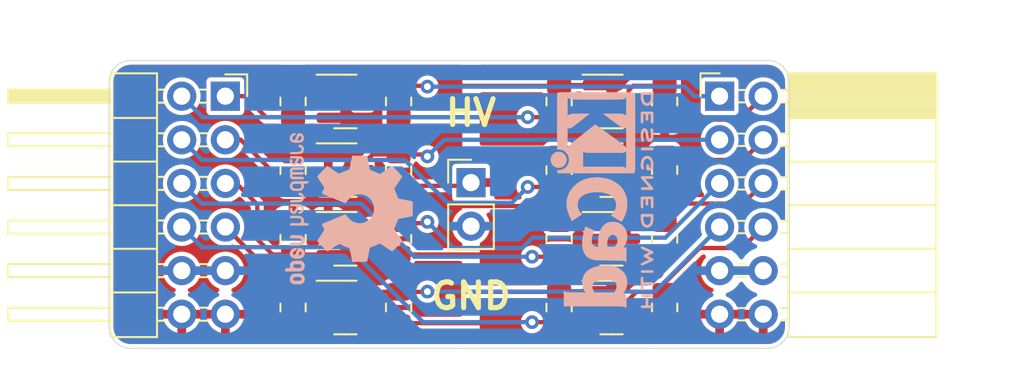
<source format=kicad_pcb>
(kicad_pcb (version 20211014) (generator pcbnew)
  (layers (0 "F.Cu" signal) (31 "B.Cu" signal) (34 "B.Paste" user) (35 "F.Paste" user) (36 "B.SilkS" user "B.Silkscreen") (37 "F.SilkS" user "F.Silkscreen") (38 "B.Mask" user) (39 "F.Mask" user) (44 "Edge.Cuts" user))
  (net 0 "")
  (net 1 "LV1")
  (net 2 "GND")
  (net 3 "+3V3")
  (net 4 "+5V")
  (net 5 "HV1")
  (net 6 "HV0")
  (net 7 "HV2")
  (net 8 "HV3")
  (net 9 "LV0")
  (net 10 "LV2")
  (net 11 "LV3")
  (net 12 "HV4")
  (net 13 "HV5")
  (net 14 "HV6")
  (net 15 "HV7")
  (net 16 "LV4")
  (net 17 "LV5")
  (net 18 "LV6")
  (net 19 "LV7")
  (footprint "connector:PMODSocket_2x06_P2.54mm_Horizontal" (layer "F.Cu") (at 119.38 71.675001)
    (fp_text reference "J1" hide)
    (fp_text value "PMOD_Socket")
    (pad "1" thru_hole rect (at 0 0) (size 1.7 1.7) (drill 1) (layers *.Cu *.Mask) (net 6 "HV0"))
    (pad "2" thru_hole oval (at 0 2.54) (size 1.7 1.7) (drill 1) (layers *.Cu *.Mask) (net 5 "HV1"))
    (pad "3" thru_hole oval (at 0 5.08) (size 1.7 1.7) (drill 1) (layers *.Cu *.Mask) (net 7 "HV2"))
    (pad "4" thru_hole oval (at 0 7.62) (size 1.7 1.7) (drill 1) (layers *.Cu *.Mask) (net 8 "HV3"))
    (pad "5" thru_hole oval (at 0 10.16) (size 1.7 1.7) (drill 1) (layers *.Cu *.Mask) (net 2 "GND"))
    (pad "6" thru_hole oval (at 0 12.7) (size 1.7 1.7) (drill 1) (layers *.Cu *.Mask) (net 4 "+5V"))
    (pad "7" thru_hole oval (at 2.54 0) (size 1.7 1.7) (drill 1) (layers *.Cu *.Mask) (net 12 "HV4"))
    (pad "8" thru_hole oval (at 2.54 2.54) (size 1.7 1.7) (drill 1) (layers *.Cu *.Mask) (net 13 "HV5"))
    (pad "9" thru_hole oval (at 2.54 5.08) (size 1.7 1.7) (drill 1) (layers *.Cu *.Mask) (net 14 "HV6"))
    (pad "10" thru_hole oval (at 2.54 7.62) (size 1.7 1.7) (drill 1) (layers *.Cu *.Mask) (net 15 "HV7"))
    (pad "11" thru_hole oval (at 2.54 10.16) (size 1.7 1.7) (drill 1) (layers *.Cu *.Mask) (net 2 "GND"))
    (pad "12" thru_hole oval (at 2.54 12.7) (size 1.7 1.7) (drill 1) (layers *.Cu *.Mask) (net 4 "+5V"))
  )
  (footprint "connector:PMODHeader_2x06_P2.54mm_Horizontal" (layer "F.Cu") (at 90.595001 71.675001)
    (fp_text reference "J2" hide)
    (fp_text value "PMOD_Header")
    (pad "1" thru_hole rect (at 0 0) (size 1.7 1.7) (drill 1) (layers *.Cu *.Mask) (net 9 "LV0"))
    (pad "2" thru_hole oval (at 0 2.54) (size 1.7 1.7) (drill 1) (layers *.Cu *.Mask) (net 1 "LV1"))
    (pad "3" thru_hole oval (at 0 5.08) (size 1.7 1.7) (drill 1) (layers *.Cu *.Mask) (net 10 "LV2"))
    (pad "4" thru_hole oval (at 0 7.62) (size 1.7 1.7) (drill 1) (layers *.Cu *.Mask) (net 11 "LV3"))
    (pad "5" thru_hole oval (at 0 10.16) (size 1.7 1.7) (drill 1) (layers *.Cu *.Mask) (net 2 "GND"))
    (pad "6" thru_hole oval (at 0 12.7) (size 1.7 1.7) (drill 1) (layers *.Cu *.Mask) (net 3 "+3V3"))
    (pad "7" thru_hole oval (at -2.54 0) (size 1.7 1.7) (drill 1) (layers *.Cu *.Mask) (net 16 "LV4"))
    (pad "8" thru_hole oval (at -2.54 2.54) (size 1.7 1.7) (drill 1) (layers *.Cu *.Mask) (net 17 "LV5"))
    (pad "9" thru_hole oval (at -2.54 5.08) (size 1.7 1.7) (drill 1) (layers *.Cu *.Mask) (net 18 "LV6"))
    (pad "10" thru_hole oval (at -2.54 7.62) (size 1.7 1.7) (drill 1) (layers *.Cu *.Mask) (net 19 "LV7"))
    (pad "11" thru_hole oval (at -2.54 10.16) (size 1.7 1.7) (drill 1) (layers *.Cu *.Mask) (net 2 "GND"))
    (pad "12" thru_hole oval (at -2.54 12.7) (size 1.7 1.7) (drill 1) (layers *.Cu *.Mask) (net 3 "+3V3"))
  )
  (footprint "Connector_PinHeader_2.54mm:PinHeader_1x02_P2.54mm_Vertical" (layer "F.Cu") (at 104.902 76.708)
    (fp_text reference "J3" hide)
    (fp_text value "HV_connector")
    (pad "1" thru_hole rect locked (at 0 0) (size 1.7 1.7) (drill 1) (layers *.Cu *.Mask) (net 4 "+5V"))
    (pad "2" thru_hole oval locked (at 0 2.54) (size 1.7 1.7) (drill 1) (layers *.Cu *.Mask) (net 2 "GND"))
  )
  (footprint "Package_TO_SOT_SMD:SOT-23" (layer "F.Cu") (at 97.5868 71.9836)
    (fp_text reference "Q1" hide)
    (fp_text value "BSS138" hide)
    (pad "1" smd roundrect locked (at -0.9375 -0.95) (size 1.475 0.6) (layers "F.Cu" "F.Paste" "F.Mask") (net 3 "+3V3"))
    (pad "2" smd roundrect locked (at -0.9375 0.95) (size 1.475 0.6) (layers "F.Cu" "F.Paste" "F.Mask") (net 9 "LV0"))
    (pad "3" smd roundrect locked (at 0.9375 0) (size 1.475 0.6) (layers "F.Cu" "F.Paste" "F.Mask") (net 6 "HV0"))
  )
  (footprint "Resistor_SMD:R_0805_2012Metric" (layer "F.Cu") (at 100.6856 71.9836 90)
    (fp_text reference "R2" hide)
    (fp_text value "10k" hide)
    (pad "1" smd roundrect locked (at -0.9125 0 90) (size 1.025 1.4) (layers "F.Cu" "F.Paste" "F.Mask") (roundrect_rratio 0.243902) (net 4 "+5V"))
    (pad "2" smd roundrect locked (at 0.9125 0 90) (size 1.025 1.4) (layers "F.Cu" "F.Paste" "F.Mask") (roundrect_rratio 0.243902) (net 6 "HV0"))
  )
  (footprint "Resistor_SMD:R_0805_2012Metric" (layer "F.Cu") (at 94.5388 71.9855 -90)
    (fp_text reference "R1" hide)
    (fp_text value "10k" hide)
    (pad "1" smd roundrect locked (at -0.9125 0 270) (size 1.025 1.4) (layers "F.Cu" "F.Paste" "F.Mask") (roundrect_rratio 0.243902) (net 3 "+3V3"))
    (pad "2" smd roundrect locked (at 0.9125 0 270) (size 1.025 1.4) (layers "F.Cu" "F.Paste" "F.Mask") (roundrect_rratio 0.243902) (net 9 "LV0"))
  )
  (footprint "Package_TO_SOT_SMD:SOT-23" (layer "F.Cu") (at 97.5868 75.9836)
    (fp_text reference "Q2" hide)
    (fp_text value "BSS138" hide)
    (pad "1" smd roundrect locked (at -0.9375 -0.95) (size 1.475 0.6) (layers "F.Cu" "F.Paste" "F.Mask") (net 3 "+3V3"))
    (pad "2" smd roundrect locked (at -0.9375 0.95) (size 1.475 0.6) (layers "F.Cu" "F.Paste" "F.Mask") (net 1 "LV1"))
    (pad "3" smd roundrect locked (at 0.9375 0) (size 1.475 0.6) (layers "F.Cu" "F.Paste" "F.Mask") (net 5 "HV1"))
  )
  (footprint "Package_TO_SOT_SMD:SOT-23" (layer "F.Cu") (at 97.5868 79.9836)
    (fp_text reference "Q3" hide)
    (fp_text value "BSS138" hide)
    (pad "1" smd roundrect locked (at -0.9375 -0.95) (size 1.475 0.6) (layers "F.Cu" "F.Paste" "F.Mask") (net 3 "+3V3"))
    (pad "2" smd roundrect locked (at -0.9375 0.95) (size 1.475 0.6) (layers "F.Cu" "F.Paste" "F.Mask") (net 10 "LV2"))
    (pad "3" smd roundrect locked (at 0.9375 0) (size 1.475 0.6) (layers "F.Cu" "F.Paste" "F.Mask") (net 7 "HV2"))
  )
  (footprint "Package_TO_SOT_SMD:SOT-23" (layer "F.Cu") (at 97.5868 83.9836)
    (fp_text reference "Q4" hide)
    (fp_text value "BSS138" hide)
    (pad "1" smd roundrect locked (at -0.9375 -0.95) (size 1.475 0.6) (layers "F.Cu" "F.Paste" "F.Mask") (net 3 "+3V3"))
    (pad "2" smd roundrect locked (at -0.9375 0.95) (size 1.475 0.6) (layers "F.Cu" "F.Paste" "F.Mask") (net 11 "LV3"))
    (pad "3" smd roundrect locked (at 0.9375 0) (size 1.475 0.6) (layers "F.Cu" "F.Paste" "F.Mask") (net 8 "HV3"))
  )
  (footprint "Resistor_SMD:R_0805_2012Metric" (layer "F.Cu") (at 100.6856 75.9836 90)
    (fp_text reference "R4" hide)
    (fp_text value "10k" hide)
    (pad "1" smd roundrect locked (at -0.9125 0 90) (size 1.025 1.4) (layers "F.Cu" "F.Paste" "F.Mask") (roundrect_rratio 0.243902) (net 4 "+5V"))
    (pad "2" smd roundrect locked (at 0.9125 0 90) (size 1.025 1.4) (layers "F.Cu" "F.Paste" "F.Mask") (roundrect_rratio 0.243902) (net 5 "HV1"))
  )
  (footprint "Resistor_SMD:R_0805_2012Metric" (layer "F.Cu") (at 100.6856 79.9836 90)
    (fp_text reference "R6" hide)
    (fp_text value "10k" hide)
    (pad "1" smd roundrect locked (at -0.9125 0 90) (size 1.025 1.4) (layers "F.Cu" "F.Paste" "F.Mask") (roundrect_rratio 0.243902) (net 4 "+5V"))
    (pad "2" smd roundrect locked (at 0.9125 0 90) (size 1.025 1.4) (layers "F.Cu" "F.Paste" "F.Mask") (roundrect_rratio 0.243902) (net 7 "HV2"))
  )
  (footprint "Resistor_SMD:R_0805_2012Metric" (layer "F.Cu") (at 100.6856 83.9836 90)
    (fp_text reference "R8" hide)
    (fp_text value "10k" hide)
    (pad "1" smd roundrect locked (at -0.9125 0 90) (size 1.025 1.4) (layers "F.Cu" "F.Paste" "F.Mask") (roundrect_rratio 0.243902) (net 4 "+5V"))
    (pad "2" smd roundrect locked (at 0.9125 0 90) (size 1.025 1.4) (layers "F.Cu" "F.Paste" "F.Mask") (roundrect_rratio 0.243902) (net 8 "HV3"))
  )
  (footprint "Resistor_SMD:R_0805_2012Metric" (layer "F.Cu") (at 94.5388 75.9855 -90)
    (fp_text reference "R3" hide)
    (fp_text value "10k" hide)
    (pad "1" smd roundrect locked (at -0.9125 0 270) (size 1.025 1.4) (layers "F.Cu" "F.Paste" "F.Mask") (roundrect_rratio 0.243902) (net 3 "+3V3"))
    (pad "2" smd roundrect locked (at 0.9125 0 270) (size 1.025 1.4) (layers "F.Cu" "F.Paste" "F.Mask") (roundrect_rratio 0.243902) (net 1 "LV1"))
  )
  (footprint "Resistor_SMD:R_0805_2012Metric" (layer "F.Cu") (at 94.5388 79.9855 -90)
    (fp_text reference "R5" hide)
    (fp_text value "10k" hide)
    (pad "1" smd roundrect locked (at -0.9125 0 270) (size 1.025 1.4) (layers "F.Cu" "F.Paste" "F.Mask") (roundrect_rratio 0.243902) (net 3 "+3V3"))
    (pad "2" smd roundrect locked (at 0.9125 0 270) (size 1.025 1.4) (layers "F.Cu" "F.Paste" "F.Mask") (roundrect_rratio 0.243902) (net 10 "LV2"))
  )
  (footprint "Resistor_SMD:R_0805_2012Metric" (layer "F.Cu") (at 94.5388 83.9855 -90)
    (fp_text reference "R7" hide)
    (fp_text value "10k" hide)
    (pad "1" smd roundrect locked (at -0.9125 0 270) (size 1.025 1.4) (layers "F.Cu" "F.Paste" "F.Mask") (roundrect_rratio 0.243902) (net 3 "+3V3"))
    (pad "2" smd roundrect locked (at 0.9125 0 270) (size 1.025 1.4) (layers "F.Cu" "F.Paste" "F.Mask") (roundrect_rratio 0.243902) (net 11 "LV3"))
  )
  (footprint "Package_TO_SOT_SMD:SOT-23" (layer "F.Cu") (at 113.0808 71.9836)
    (fp_text reference "Q5" hide)
    (fp_text value "BSS138" hide)
    (pad "1" smd roundrect locked (at -0.9375 -0.95) (size 1.475 0.6) (layers "F.Cu" "F.Paste" "F.Mask") (net 3 "+3V3"))
    (pad "2" smd roundrect locked (at -0.9375 0.95) (size 1.475 0.6) (layers "F.Cu" "F.Paste" "F.Mask") (net 16 "LV4"))
    (pad "3" smd roundrect locked (at 0.9375 0) (size 1.475 0.6) (layers "F.Cu" "F.Paste" "F.Mask") (net 12 "HV4"))
  )
  (footprint "Resistor_SMD:R_0805_2012Metric" (layer "F.Cu") (at 116.1796 71.9836 90)
    (fp_text reference "R10" hide)
    (fp_text value "10k" hide)
    (pad "1" smd roundrect locked (at -0.9125 0 90) (size 1.025 1.4) (layers "F.Cu" "F.Paste" "F.Mask") (roundrect_rratio 0.243902) (net 4 "+5V"))
    (pad "2" smd roundrect locked (at 0.9125 0 90) (size 1.025 1.4) (layers "F.Cu" "F.Paste" "F.Mask") (roundrect_rratio 0.243902) (net 12 "HV4"))
  )
  (footprint "Resistor_SMD:R_0805_2012Metric" (layer "F.Cu") (at 110.0328 71.9855 -90)
    (fp_text reference "R9" hide)
    (fp_text value "10k" hide)
    (pad "1" smd roundrect locked (at -0.9125 0 270) (size 1.025 1.4) (layers "F.Cu" "F.Paste" "F.Mask") (roundrect_rratio 0.243902) (net 3 "+3V3"))
    (pad "2" smd roundrect locked (at 0.9125 0 270) (size 1.025 1.4) (layers "F.Cu" "F.Paste" "F.Mask") (roundrect_rratio 0.243902) (net 16 "LV4"))
  )
  (footprint "Package_TO_SOT_SMD:SOT-23" (layer "F.Cu") (at 113.0808 75.9836)
    (fp_text reference "Q6" hide)
    (fp_text value "BSS138" hide)
    (pad "1" smd roundrect locked (at -0.9375 -0.95) (size 1.475 0.6) (layers "F.Cu" "F.Paste" "F.Mask") (net 3 "+3V3"))
    (pad "2" smd roundrect locked (at -0.9375 0.95) (size 1.475 0.6) (layers "F.Cu" "F.Paste" "F.Mask") (net 17 "LV5"))
    (pad "3" smd roundrect locked (at 0.9375 0) (size 1.475 0.6) (layers "F.Cu" "F.Paste" "F.Mask") (net 13 "HV5"))
  )
  (footprint "Package_TO_SOT_SMD:SOT-23" (layer "F.Cu") (at 113.0808 79.9836)
    (fp_text reference "Q7" hide)
    (fp_text value "BSS138" hide)
    (pad "1" smd roundrect locked (at -0.9375 -0.95) (size 1.475 0.6) (layers "F.Cu" "F.Paste" "F.Mask") (net 3 "+3V3"))
    (pad "2" smd roundrect locked (at -0.9375 0.95) (size 1.475 0.6) (layers "F.Cu" "F.Paste" "F.Mask") (net 18 "LV6"))
    (pad "3" smd roundrect locked (at 0.9375 0) (size 1.475 0.6) (layers "F.Cu" "F.Paste" "F.Mask") (net 14 "HV6"))
  )
  (footprint "Package_TO_SOT_SMD:SOT-23" (layer "F.Cu") (at 113.0808 83.9836)
    (fp_text reference "Q8" hide)
    (fp_text value "BSS138" hide)
    (pad "1" smd roundrect locked (at -0.9375 -0.95) (size 1.475 0.6) (layers "F.Cu" "F.Paste" "F.Mask") (net 3 "+3V3"))
    (pad "2" smd roundrect locked (at -0.9375 0.95) (size 1.475 0.6) (layers "F.Cu" "F.Paste" "F.Mask") (net 19 "LV7"))
    (pad "3" smd roundrect locked (at 0.9375 0) (size 1.475 0.6) (layers "F.Cu" "F.Paste" "F.Mask") (net 15 "HV7"))
  )
  (footprint "Resistor_SMD:R_0805_2012Metric" (layer "F.Cu") (at 116.1796 75.9836 90)
    (fp_text reference "R12" hide)
    (fp_text value "10k" hide)
    (pad "1" smd roundrect locked (at -0.9125 0 90) (size 1.025 1.4) (layers "F.Cu" "F.Paste" "F.Mask") (roundrect_rratio 0.243902) (net 4 "+5V"))
    (pad "2" smd roundrect locked (at 0.9125 0 90) (size 1.025 1.4) (layers "F.Cu" "F.Paste" "F.Mask") (roundrect_rratio 0.243902) (net 13 "HV5"))
  )
  (footprint "Resistor_SMD:R_0805_2012Metric" (layer "F.Cu") (at 116.1796 79.9836 90)
    (fp_text reference "R14" hide)
    (fp_text value "10k" hide)
    (pad "1" smd roundrect locked (at -0.9125 0 90) (size 1.025 1.4) (layers "F.Cu" "F.Paste" "F.Mask") (roundrect_rratio 0.243902) (net 4 "+5V"))
    (pad "2" smd roundrect locked (at 0.9125 0 90) (size 1.025 1.4) (layers "F.Cu" "F.Paste" "F.Mask") (roundrect_rratio 0.243902) (net 14 "HV6"))
  )
  (footprint "Resistor_SMD:R_0805_2012Metric" (layer "F.Cu") (at 116.1796 83.9836 90)
    (fp_text reference "R16" hide)
    (fp_text value "10k" hide)
    (pad "1" smd roundrect locked (at -0.9125 0 90) (size 1.025 1.4) (layers "F.Cu" "F.Paste" "F.Mask") (roundrect_rratio 0.243902) (net 4 "+5V"))
    (pad "2" smd roundrect locked (at 0.9125 0 90) (size 1.025 1.4) (layers "F.Cu" "F.Paste" "F.Mask") (roundrect_rratio 0.243902) (net 15 "HV7"))
  )
  (footprint "Resistor_SMD:R_0805_2012Metric" (layer "F.Cu") (at 110.0328 75.9855 -90)
    (fp_text reference "R11" hide)
    (fp_text value "10k" hide)
    (pad "1" smd roundrect locked (at -0.9125 0 270) (size 1.025 1.4) (layers "F.Cu" "F.Paste" "F.Mask") (roundrect_rratio 0.243902) (net 3 "+3V3"))
    (pad "2" smd roundrect locked (at 0.9125 0 270) (size 1.025 1.4) (layers "F.Cu" "F.Paste" "F.Mask") (roundrect_rratio 0.243902) (net 17 "LV5"))
  )
  (footprint "Resistor_SMD:R_0805_2012Metric" (layer "F.Cu") (at 110.0328 79.9855 -90)
    (fp_text reference "R13" hide)
    (fp_text value "10k" hide)
    (pad "1" smd roundrect locked (at -0.9125 0 270) (size 1.025 1.4) (layers "F.Cu" "F.Paste" "F.Mask") (roundrect_rratio 0.243902) (net 3 "+3V3"))
    (pad "2" smd roundrect locked (at 0.9125 0 270) (size 1.025 1.4) (layers "F.Cu" "F.Paste" "F.Mask") (roundrect_rratio 0.243902) (net 18 "LV6"))
  )
  (footprint "Resistor_SMD:R_0805_2012Metric" (layer "F.Cu") (at 110.0328 83.9855 -90)
    (fp_text reference "R15" hide)
    (fp_text value "10k" hide)
    (pad "1" smd roundrect locked (at -0.9125 0 270) (size 1.025 1.4) (layers "F.Cu" "F.Paste" "F.Mask") (roundrect_rratio 0.243902) (net 3 "+3V3"))
    (pad "2" smd roundrect locked (at 0.9125 0 270) (size 1.025 1.4) (layers "F.Cu" "F.Paste" "F.Mask") (roundrect_rratio 0.243902) (net 19 "LV7"))
  )
  (footprint "Symbol:OSHW-Logo2_9.8x8mm_SilkScreen" (layer "B.Cu") (at 97.79 78.232 90)
    (fp_text reference "REF**" hide)
    (fp_text value "OSHW-Logo2_9.8x8mm_SilkScreen" hide)
  )
  (footprint "Symbol:KiCad-Logo2_5mm_SilkScreen" (layer "B.Cu") (at 112.522 77.724 -90)
    (fp_text reference "REF**" hide)
    (fp_text value "KiCad-Logo2_5mm_SilkScreen" hide)
  )
  (gr_arc (start 83.82 70.866) (mid 84.191974 69.967974) (end 85.09 69.596) (layer "Edge.Cuts") (width 0.05))
  (gr_line (start 122.174 69.596) (end 85.09 69.596) (layer "Edge.Cuts") (width 0.05))
  (gr_line (start 83.82 70.866) (end 83.82 85.09) (layer "Edge.Cuts") (width 0.05))
  (gr_line (start 85.09 86.36) (end 122.174 86.36) (layer "Edge.Cuts") (width 0.05))
  (gr_arc (start 123.444 85.09) (mid 123.072026 85.988026) (end 122.174 86.36) (layer "Edge.Cuts") (width 0.05))
  (gr_arc (start 122.174 69.596) (mid 123.072026 69.967974) (end 123.444 70.866) (layer "Edge.Cuts") (width 0.05))
  (gr_line (start 123.444 85.09) (end 123.444 70.866) (layer "Edge.Cuts") (width 0.05))
  (gr_arc (start 85.09 86.36) (mid 84.191974 85.988026) (end 83.82 85.09) (layer "Edge.Cuts") (width 0.05))
  (gr_text "GND" (at 104.902 83.312) (layer "F.SilkS") (effects (font (size 1.5 1.5) (thickness 0.3))))
  (gr_text "HV" (at 104.902 72.644) (layer "F.SilkS") (effects (font (size 1.5 1.5) (thickness 0.3))))
  (segment (start 91.487001 74.215001) (end 90.595001 74.215001) (width 0.25) (layer "F.Cu") (net 1))
  (segment (start 94.5388 76.898) (end 96.5512 76.898) (width 0.25) (layer "F.Cu") (net 1))
  (segment (start 94.5388 76.898) (end 94.17 76.898) (width 0.25) (layer "F.Cu") (net 1))
  (segment (start 96.5512 76.898) (end 96.5868 76.9336) (width 0.25) (layer "F.Cu") (net 1))
  (segment (start 94.17 76.898) (end 91.487001 74.215001) (width 0.25) (layer "F.Cu") (net 1))
  (segment (start 104.902 79.248) (end 106.426 79.248) (width 0.25) (layer "B.Cu") (net 2))
  (segment (start 112.0808 83.0336) (end 110.0722 83.0336) (width 0.25) (layer "F.Cu") (net 3))
  (segment (start 110.0722 83.0336) (end 110.0328 83.073) (width 0.25) (layer "F.Cu") (net 3))
  (segment (start 110.0328 75.073) (end 109.8898 74.93) (width 0.25) (layer "F.Cu") (net 3))
  (segment (start 110.0722 75.0336) (end 110.0328 75.073) (width 0.25) (layer "F.Cu") (net 3))
  (segment (start 110.0722 71.0336) (end 110.0328 71.073) (width 0.25) (layer "F.Cu") (net 3))
  (segment (start 112.0808 71.0336) (end 110.0722 71.0336) (width 0.25) (layer "F.Cu") (net 3))
  (segment (start 109.032799 78.072999) (end 103.980999 78.072999) (width 0.25) (layer "F.Cu") (net 3))
  (segment (start 112.0808 75.0336) (end 110.0722 75.0336) (width 0.25) (layer "F.Cu") (net 3))
  (segment (start 110.0722 79.0336) (end 110.0328 79.073) (width 0.25) (layer "F.Cu") (net 3))
  (segment (start 112.0808 79.0336) (end 110.0722 79.0336) (width 0.25) (layer "F.Cu") (net 3))
  (segment (start 110.0328 71.073) (end 103.933 71.073) (width 0.25) (layer "F.Cu") (net 3))
  (segment (start 109.8898 74.93) (end 103.886 74.93) (width 0.25) (layer "F.Cu") (net 3))
  (segment (start 110.0328 83.073) (end 103.901 83.073) (width 0.25) (layer "F.Cu") (net 3))
  (segment (start 110.0328 79.073) (end 109.032799 78.072999) (width 0.25) (layer "F.Cu") (net 3))
  (segment (start 104.902 76.708) (end 106.426 76.708) (width 0.25) (layer "F.Cu") (net 4))
  (segment (start 104.2059 76.8961) (end 104.902 76.2) (width 0.25) (layer "F.Cu") (net 4))
  (segment (start 100.6856 84.8961) (end 105.8579 84.8961) (width 0.25) (layer "F.Cu") (net 4))
  (segment (start 100.6856 80.8961) (end 105.7881 80.8961) (width 0.25) (layer "F.Cu") (net 4))
  (segment (start 104.7139 76.8961) (end 104.902 76.708) (width 0.25) (layer "F.Cu") (net 4))
  (segment (start 100.6856 72.8961) (end 106.1701 72.8961) (width 0.25) (layer "F.Cu") (net 4))
  (segment (start 100.6856 76.8961) (end 104.7139 76.8961) (width 0.25) (layer "F.Cu") (net 4))
  (segment (start 102.2491 75.0711) (end 102.362 75.184) (width 0.25) (layer "F.Cu") (net 5))
  (segment (start 100.6856 75.0711) (end 102.2491 75.0711) (width 0.25) (layer "F.Cu") (net 5))
  (segment (start 98.5868 75.9836) (end 98.5868 75.6572) (width 0.25) (layer "F.Cu") (net 5))
  (segment (start 98.5868 75.6572) (end 99.1729 75.0711) (width 0.25) (layer "F.Cu") (net 5))
  (segment (start 99.1729 75.0711) (end 100.6856 75.0711) (width 0.25) (layer "F.Cu") (net 5))
  (via (at 102.362 75.184) (size 0.8) (drill 0.4) (layers "F.Cu" "B.Cu") (net 5))
  (segment (start 103.330999 74.215001) (end 119.38 74.215001) (width 0.25) (layer "B.Cu") (net 5))
  (segment (start 102.362 75.184) (end 103.330999 74.215001) (width 0.25) (layer "B.Cu") (net 5))
  (segment (start 102.3131 71.0711) (end 102.362 71.12) (width 0.25) (layer "F.Cu") (net 6))
  (segment (start 100.6856 71.0711) (end 102.3131 71.0711) (width 0.25) (layer "F.Cu") (net 6))
  (segment (start 98.5868 71.9836) (end 98.5868 71.5932) (width 0.25) (layer "F.Cu") (net 6))
  (segment (start 98.5868 71.5932) (end 99.1089 71.0711) (width 0.25) (layer "F.Cu") (net 6))
  (segment (start 99.1089 71.0711) (end 100.6856 71.0711) (width 0.25) (layer "F.Cu") (net 6))
  (via (at 102.362 71.12) (size 0.8) (drill 0.4) (layers "F.Cu" "B.Cu") (net 6))
  (segment (start 117.348 71.12) (end 117.903001 71.675001) (width 0.25) (layer "B.Cu") (net 6))
  (segment (start 117.903001 71.675001) (end 119.38 71.675001) (width 0.25) (layer "B.Cu") (net 6))
  (segment (start 102.362 71.12) (end 117.348 71.12) (width 0.25) (layer "B.Cu") (net 6))
  (segment (start 98.5868 79.9836) (end 98.5868 79.4672) (width 0.25) (layer "F.Cu") (net 7))
  (segment (start 102.2849 79.0711) (end 102.362 78.994) (width 0.25) (layer "F.Cu") (net 7))
  (segment (start 98.9829 79.0711) (end 100.6856 79.0711) (width 0.25) (layer "F.Cu") (net 7))
  (segment (start 98.5868 79.4672) (end 98.9829 79.0711) (width 0.25) (layer "F.Cu") (net 7))
  (segment (start 100.6856 79.0711) (end 102.2849 79.0711) (width 0.25) (layer "F.Cu") (net 7))
  (via (at 102.362 78.994) (size 0.8) (drill 0.4) (layers "F.Cu" "B.Cu") (net 7))
  (segment (start 102.362 78.994) (end 103.886 80.518) (width 0.25) (layer "B.Cu") (net 7))
  (segment (start 108.495997 79.915001) (end 116.22 79.915001) (width 0.25) (layer "B.Cu") (net 7))
  (segment (start 107.892998 80.518) (end 108.495997 79.915001) (width 0.25) (layer "B.Cu") (net 7))
  (segment (start 116.22 79.915001) (end 119.38 76.755001) (width 0.25) (layer "B.Cu") (net 7))
  (segment (start 103.886 80.518) (end 107.892998 80.518) (width 0.25) (layer "B.Cu") (net 7))
  (segment (start 98.5868 83.5312) (end 99.0469 83.0711) (width 0.25) (layer "F.Cu") (net 8))
  (segment (start 102.3489 83.0711) (end 102.362 83.058) (width 0.25) (layer "F.Cu") (net 8))
  (segment (start 100.6856 83.0711) (end 102.3489 83.0711) (width 0.25) (layer "F.Cu") (net 8))
  (segment (start 99.0469 83.0711) (end 100.6856 83.0711) (width 0.25) (layer "F.Cu") (net 8))
  (segment (start 98.5868 83.9836) (end 98.5868 83.5312) (width 0.25) (layer "F.Cu") (net 8))
  (via (at 102.362 83.058) (size 0.8) (drill 0.4) (layers "F.Cu" "B.Cu") (net 8))
  (segment (start 102.362 83.058) (end 115.617001 83.058) (width 0.25) (layer "B.Cu") (net 8))
  (segment (start 115.617001 83.058) (end 119.38 79.295001) (width 0.25) (layer "B.Cu") (net 8))
  (segment (start 92.964 72.898) (end 91.741001 71.675001) (width 0.25) (layer "F.Cu") (net 9))
  (segment (start 91.741001 71.675001) (end 90.595001 71.675001) (width 0.25) (layer "F.Cu") (net 9))
  (segment (start 96.5512 72.898) (end 96.5868 72.9336) (width 0.25) (layer "F.Cu") (net 9))
  (segment (start 94.5388 72.898) (end 96.5512 72.898) (width 0.25) (layer "F.Cu") (net 9))
  (segment (start 94.5388 72.898) (end 92.964 72.898) (width 0.25) (layer "F.Cu") (net 9))
  (segment (start 94.5388 80.898) (end 93.344 80.898) (width 0.25) (layer "F.Cu") (net 10))
  (segment (start 96.5512 80.898) (end 96.5868 80.9336) (width 0.25) (layer "F.Cu") (net 10))
  (segment (start 92.456 80.01) (end 92.456 77.978) (width 0.25) (layer "F.Cu") (net 10))
  (segment (start 94.5388 80.898) (end 96.5512 80.898) (width 0.25) (layer "F.Cu") (net 10))
  (segment (start 92.456 77.978) (end 91.233001 76.755001) (width 0.25) (layer "F.Cu") (net 10))
  (segment (start 91.233001 76.755001) (end 90.595001 76.755001) (width 0.25) (layer "F.Cu") (net 10))
  (segment (start 93.344 80.898) (end 92.456 80.01) (width 0.25) (layer "F.Cu") (net 10))
  (segment (start 92.456 81.156) (end 90.595001 79.295001) (width 0.25) (layer "F.Cu") (net 11))
  (segment (start 96.5512 84.898) (end 96.5868 84.9336) (width 0.25) (layer "F.Cu") (net 11))
  (segment (start 92.456 84.074) (end 92.456 81.156) (width 0.25) (layer "F.Cu") (net 11))
  (segment (start 94.5388 84.898) (end 93.28 84.898) (width 0.25) (layer "F.Cu") (net 11))
  (segment (start 93.28 84.898) (end 92.456 84.074) (width 0.25) (layer "F.Cu") (net 11))
  (segment (start 94.5388 84.898) (end 96.5512 84.898) (width 0.25) (layer "F.Cu") (net 11))
  (segment (start 116.1796 71.0711) (end 118.1485 73.04) (width 0.25) (layer "F.Cu") (net 12))
  (segment (start 120.555001 73.04) (end 121.92 71.675001) (width 0.25) (layer "F.Cu") (net 12))
  (segment (start 118.1485 73.04) (end 120.555001 73.04) (width 0.25) (layer "F.Cu") (net 12))
  (segment (start 114.3489 71.0711) (end 116.1796 71.0711) (width 0.25) (layer "F.Cu") (net 12))
  (segment (start 114.0808 71.9836) (end 114.0808 71.3392) (width 0.25) (layer "F.Cu") (net 12))
  (segment (start 114.0808 71.3392) (end 114.3489 71.0711) (width 0.25) (layer "F.Cu") (net 12))
  (segment (start 116.1796 75.0711) (end 117.4891 75.0711) (width 0.25) (layer "F.Cu") (net 13))
  (segment (start 114.0808 75.9836) (end 114.0808 75.4032) (width 0.25) (layer "F.Cu") (net 13))
  (segment (start 114.0808 75.4032) (end 114.4129 75.0711) (width 0.25) (layer "F.Cu") (net 13))
  (segment (start 114.4129 75.0711) (end 116.1796 75.0711) (width 0.25) (layer "F.Cu") (net 13))
  (segment (start 117.4891 75.0711) (end 117.808002 75.390002) (width 0.25) (layer "F.Cu") (net 13))
  (segment (start 120.744999 75.390002) (end 121.92 74.215001) (width 0.25) (layer "F.Cu") (net 13))
  (segment (start 117.808002 75.390002) (end 120.744999 75.390002) (width 0.25) (layer "F.Cu") (net 13))
  (segment (start 116.1796 78.5586) (end 116.808198 77.930002) (width 0.25) (layer "F.Cu") (net 14))
  (segment (start 114.0808 79.9836) (end 114.0808 79.4672) (width 0.25) (layer "F.Cu") (net 14))
  (segment (start 114.0808 79.4672) (end 114.4769 79.0711) (width 0.25) (layer "F.Cu") (net 14))
  (segment (start 116.1796 79.0711) (end 116.1796 78.5586) (width 0.25) (layer "F.Cu") (net 14))
  (segment (start 116.808198 77.930002) (end 120.744999 77.930002) (width 0.25) (layer "F.Cu") (net 14))
  (segment (start 120.744999 77.930002) (end 121.92 76.755001) (width 0.25) (layer "F.Cu") (net 14))
  (segment (start 114.4769 79.0711) (end 116.1796 79.0711) (width 0.25) (layer "F.Cu") (net 14))
  (segment (start 114.0808 83.9836) (end 114.0808 83.5312) (width 0.25) (layer "F.Cu") (net 15))
  (segment (start 114.5409 83.0711) (end 116.1796 83.0711) (width 0.25) (layer "F.Cu") (net 15))
  (segment (start 118.2202 80.518) (end 120.697001 80.518) (width 0.25) (layer "F.Cu") (net 15))
  (segment (start 116.1796 83.0711) (end 116.1796 82.5586) (width 0.25) (layer "F.Cu") (net 15))
  (segment (start 120.697001 80.518) (end 121.92 79.295001) (width 0.25) (layer "F.Cu") (net 15))
  (segment (start 116.1796 82.5586) (end 118.2202 80.518) (width 0.25) (layer "F.Cu") (net 15))
  (segment (start 114.0808 83.5312) (end 114.5409 83.0711) (width 0.25) (layer "F.Cu") (net 15))
  (segment (start 108.204 72.898) (end 110.0328 72.898) (width 0.25) (layer "F.Cu") (net 16))
  (segment (start 112.0452 72.898) (end 112.0808 72.9336) (width 0.25) (layer "F.Cu") (net 16))
  (segment (start 110.0328 72.898) (end 112.0452 72.898) (width 0.25) (layer "F.Cu") (net 16))
  (via (at 108.204 72.898) (size 0.8) (drill 0.4) (layers "F.Cu" "B.Cu") (net 16))
  (segment (start 88.055001 71.675001) (end 89.278 72.898) (width 0.25) (layer "B.Cu") (net 16))
  (segment (start 89.278 72.898) (end 108.204 72.898) (width 0.25) (layer "B.Cu") (net 16))
  (segment (start 112.0452 76.898) (end 112.0808 76.9336) (width 0.25) (layer "F.Cu") (net 17))
  (segment (start 110.0328 76.898) (end 112.0452 76.898) (width 0.25) (layer "F.Cu") (net 17))
  (segment (start 109.9688 76.962) (end 110.0328 76.898) (width 0.25) (layer "F.Cu") (net 17))
  (segment (start 108.204 76.962) (end 109.9688 76.962) (width 0.25) (layer "F.Cu") (net 17))
  (via (at 108.204 76.962) (size 0.8) (drill 0.4) (layers "F.Cu" "B.Cu") (net 17))
  (segment (start 89.230002 75.390002) (end 101.044002 75.390002) (width 0.25) (layer "B.Cu") (net 17))
  (segment (start 107.282999 77.883001) (end 103.537001 77.883001) (width 0.25) (layer "B.Cu") (net 17))
  (segment (start 108.204 76.962) (end 107.282999 77.883001) (width 0.25) (layer "B.Cu") (net 17))
  (segment (start 88.055001 74.215001) (end 89.230002 75.390002) (width 0.25) (layer "B.Cu") (net 17))
  (segment (start 103.537001 77.883001) (end 101.044002 75.390002) (width 0.25) (layer "B.Cu") (net 17))
  (segment (start 112.0452 80.898) (end 112.0808 80.9336) (width 0.25) (layer "F.Cu") (net 18))
  (segment (start 108.458 81.026) (end 109.9048 81.026) (width 0.25) (layer "F.Cu") (net 18))
  (segment (start 109.9048 81.026) (end 110.0328 80.898) (width 0.25) (layer "F.Cu") (net 18))
  (segment (start 110.0328 80.898) (end 112.0452 80.898) (width 0.25) (layer "F.Cu") (net 18))
  (via (at 108.458 81.026) (size 0.8) (drill 0.4) (layers "F.Cu" "B.Cu") (net 18))
  (segment (start 101.6 81.026) (end 108.458 81.026) (width 0.25) (layer "B.Cu") (net 18))
  (segment (start 88.055001 76.755001) (end 89.230002 77.930002) (width 0.25) (layer "B.Cu") (net 18))
  (segment (start 98.504002 77.930002) (end 101.6 81.026) (width 0.25) (layer "B.Cu") (net 18))
  (segment (start 89.230002 77.930002) (end 98.504002 77.930002) (width 0.25) (layer "B.Cu") (net 18))
  (segment (start 109.9708 84.836) (end 110.0328 84.898) (width 0.25) (layer "F.Cu") (net 19))
  (segment (start 110.0328 84.898) (end 112.0452 84.898) (width 0.25) (layer "F.Cu") (net 19))
  (segment (start 112.0452 84.898) (end 112.0808 84.9336) (width 0.25) (layer "F.Cu") (net 19))
  (segment (start 108.458 84.836) (end 109.9708 84.836) (width 0.25) (layer "F.Cu") (net 19))
  (via (at 108.458 84.836) (size 0.8) (drill 0.4) (layers "F.Cu" "B.Cu") (net 19))
  (segment (start 97.742002 80.470002) (end 102.108 84.836) (width 0.25) (layer "B.Cu") (net 19))
  (segment (start 88.055001 79.295001) (end 89.230002 80.470002) (width 0.25) (layer "B.Cu") (net 19))
  (segment (start 89.230002 80.470002) (end 97.742002 80.470002) (width 0.25) (layer "B.Cu") (net 19))
  (segment (start 102.108 84.836) (end 108.458 84.836) (width 0.25) (layer "B.Cu") (net 19))
  (zone (net 4) (net_name "+5V") (layer "F.Cu") (connect_pads (clearance 0.25)) (min_thickness 0.254) (fill yes (thermal_gap 0.508) (thermal_bridge_width 0.508))
    (polygon (pts (xy 123.698 86.36) (xy 105.41 86.36) (xy 105.41 69.596) (xy 123.698 69.596)))
  )
  (zone (net 3) (net_name "+3V3") (layer "F.Cu") (connect_pads (clearance 0.25)) (min_thickness 0.254) (fill yes (thermal_gap 0.508) (thermal_bridge_width 0.508))
    (polygon (pts (xy 104.394 86.36) (xy 84.074 86.36) (xy 84.074 69.596) (xy 104.394 69.596)))
  )
  (zone (net 2) (net_name "GND") (layer "B.Cu") (connect_pads (clearance 0.25)) (min_thickness 0.254) (fill yes (thermal_gap 0.508) (thermal_bridge_width 0.508))
    (polygon (pts (xy 123.698 86.36) (xy 84.074 86.36) (xy 84.074 69.596) (xy 123.698 69.596)))
  )
)
</source>
